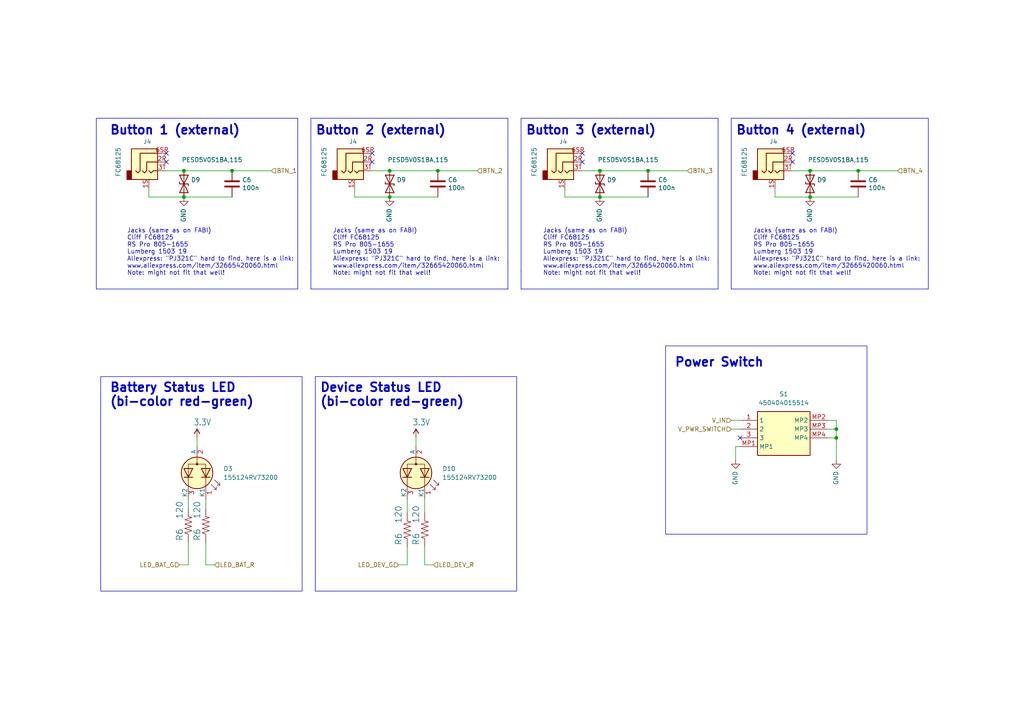
<source format=kicad_sch>
(kicad_sch (version 20230121) (generator eeschema)
  (paper "A4")
  (title_block (title "User_Interface_Peripherals"))
  (lib_symbols
    (symbol "Device:C" (pin_numbers hide) (pin_names (offset 0.254))
      (property "Reference" "C" (at 0.635 2.54 0))
      (property "Value" "C" (at 0.635 -2.54 0))
      (symbol "C_0_1"
        (polyline (pts (xy -2.032 -0.762) (xy 2.032 -0.762)) (stroke (width 0.508)))
        (polyline (pts (xy -2.032 0.762) (xy 2.032 0.762)) (stroke (width 0.508)))
      )
      (symbol "C_1_1"
        (pin passive line (at 0 3.81 270) (length 2.794) (name "~") (number "1"))
        (pin passive line (at 0 -3.81 90) (length 2.794) (name "~") (number "2"))
      )
    )
    (symbol "Device:D_TVS" (pin_numbers hide) (pin_names (offset 1.016) hide)
      (property "Reference" "D" (at 0 2.54 0))
      (property "Value" "D_TVS" (at 0 -2.54 0))
      (symbol "D_TVS_0_1"
        (polyline (pts (xy 1.27 0) (xy -1.27 0)))
        (polyline (pts (xy 0.508 1.27) (xy 0 1.27) (xy 0 -1.27) (xy -0.508 -1.27)) (stroke (width 0.254)))
        (polyline (pts (xy -2.54 1.27) (xy -2.54 -1.27) (xy 2.54 1.27) (xy 2.54 -1.27) (xy -2.54 1.27)) (stroke (width 0.254)))
      )
      (symbol "D_TVS_1_1"
        (pin passive line (at -3.81 0 0) (length 2.54) (name "A1") (number "1"))
        (pin passive line (at 3.81 0 180) (length 2.54) (name "A2") (number "2"))
      )
    )
    (symbol "Device:LED_Dual_KAK" (pin_names (offset 0))
      (property "Reference" "D" (at 0 5.715 0))
      (property "Value" "LED_Dual_KAK" (at 0 -6.35 0))
      (symbol "LED_Dual_KAK_0_1"
        (circle (center -2.54 0) (radius 0.2794) (fill (type outline)))
        (polyline (pts (xy -4.572 0) (xy -2.54 0)))
        (polyline (pts (xy 1.27 -1.27) (xy 1.27 -3.81)) (stroke (width 0.254)))
        (polyline (pts (xy 1.27 3.81) (xy 1.27 1.27)) (stroke (width 0.254)))
        (polyline (pts (xy 3.81 -2.54) (xy 1.905 -2.54)))
        (polyline (pts (xy 3.81 2.54) (xy 1.905 2.54)))
        (polyline (pts (xy -1.27 -1.27) (xy -1.27 -3.81) (xy 1.27 -2.54) (xy -1.27 -1.27)) (stroke (width 0.254)))
        (polyline (pts (xy -1.27 3.81) (xy -1.27 1.27) (xy 1.27 2.54) (xy -1.27 3.81)) (stroke (width 0.254)))
        (polyline (pts (xy 2.032 2.54) (xy -2.54 2.54) (xy -2.54 -2.54) (xy 2.032 -2.54)))
        (polyline (pts (xy 2.032 5.08) (xy 3.556 6.604) (xy 2.794 6.604) (xy 3.556 6.604) (xy 3.556 5.842)))
        (polyline (pts (xy 3.302 4.064) (xy 4.826 5.588) (xy 4.064 5.588) (xy 4.826 5.588) (xy 4.826 4.826)))
        (circle (center 0 0) (radius 4.572) (stroke (width 0.254)) (fill (type background)))
      )
      (symbol "LED_Dual_KAK_1_1"
        (pin input line (at 7.62 2.54 180) (length 3.81) (name "K1") (number "1"))
        (pin input line (at -7.62 0 0) (length 3.048) (name "A") (number "2"))
        (pin input line (at 7.62 -2.54 180) (length 3.81) (name "K2") (number "3"))
      )
    )
    (symbol "FC68125:AudioJack3_Ground"
      (property "Reference" "J" (at 0 8.89 0))
      (property "Value" "AudioJack3_Ground" (at 0 6.35 0))
      (symbol "AudioJack3_Ground_0_1"
        (rectangle (start -5.08 -2.54) (end -6.35 -5.08) (stroke (width 0.254)) (fill (type outline)))
        (polyline (pts (xy 0 -2.54) (xy 0.635 -3.175) (xy 1.27 -2.54) (xy 2.54 -2.54)) (stroke (width 0.254)))
        (polyline (pts (xy -1.905 -2.54) (xy -1.27 -3.175) (xy -0.635 -2.54) (xy -0.635 0) (xy 2.54 0)) (stroke (width 0.254)))
        (polyline (pts (xy 2.54 2.54) (xy -2.54 2.54) (xy -2.54 -2.54) (xy -3.175 -3.175) (xy -3.81 -2.54)) (stroke (width 0.254)))
        (rectangle (start 2.54 3.81) (end -5.08 -5.08) (stroke (width 0.254)) (fill (type background)))
      )
      (symbol "AudioJack3_Ground_1_1"
        (pin passive line (at 0 -7.62 90) (length 2.54) (name "~") (number "1S"))
        (pin passive line (at 5.08 0 180) (length 2.54) (name "~") (number "2R"))
        (pin passive line (at 5.08 -2.54 180) (length 2.54) (name "~") (number "3T"))
        (pin passive line (at 5.08 2.54 180) (length 2.54) (name "~") (number "6SR"))
      )
    )
    (symbol "HeadMouse:450404015514"
      (property "Reference" "S" (at 21.59 7.62 0))
      (property "Value" "450404015514" (at 21.59 5.08 0))
      (symbol "450404015514_1_1"
        (rectangle (start 5.08 2.54) (end 20.32 -10.16) (stroke (width 0.254)) (fill (type background)))
        (pin passive line (at 0 0 0) (length 5.08) (name "1") (number "1"))
        (pin passive line (at 0 -2.54 0) (length 5.08) (name "2") (number "2"))
        (pin passive line (at 0 -5.08 0) (length 5.08) (name "3") (number "3"))
        (pin passive line (at 0 -7.62 0) (length 5.08) (name "MP1") (number "MP1"))
        (pin passive line (at 25.4 0 180) (length 5.08) (name "MP2") (number "MP2"))
        (pin passive line (at 25.4 -2.54 180) (length 5.08) (name "MP3") (number "MP3"))
        (pin passive line (at 25.4 -5.08 180) (length 5.08) (name "MP4") (number "MP4"))
      )
    )
    (symbol "esp32-thing-eagle-import:27OHM1/10W1%(0603)0603-RES"
      (property "Reference" "R" (at 0 1.524 0))
      (symbol "27OHM1/10W1%(0603)0603-RES_1_0"
        (polyline (pts (xy -2.54 0) (xy -2.159 1.016)) (stroke (width 0.1524)))
        (polyline (pts (xy -2.159 1.016) (xy -1.524 -1.016)) (stroke (width 0.1524)))
        (polyline (pts (xy -1.524 -1.016) (xy -0.889 1.016)) (stroke (width 0.1524)))
        (polyline (pts (xy -0.889 1.016) (xy -0.254 -1.016)) (stroke (width 0.1524)))
        (polyline (pts (xy -0.254 -1.016) (xy 0.381 1.016)) (stroke (width 0.1524)))
        (polyline (pts (xy 0.381 1.016) (xy 1.016 -1.016)) (stroke (width 0.1524)))
        (polyline (pts (xy 1.016 -1.016) (xy 1.651 1.016)) (stroke (width 0.1524)))
        (polyline (pts (xy 1.651 1.016) (xy 2.286 -1.016)) (stroke (width 0.1524)))
        (polyline (pts (xy 2.286 -1.016) (xy 2.54 0)) (stroke (width 0.1524)))
        (pin passive line (at -5.08 0 0) (length 2.54) (name "1") (number "1"))
        (pin passive line (at 5.08 0 180) (length 2.54) (name "2") (number "2"))
      )
    )
    (symbol "esp32-thing-eagle-import:3.3V" (power)
      (property "Value" "3.3V" (at -1.016 3.556 0))
      (symbol "3.3V_1_0"
        (polyline (pts (xy 0 2.54) (xy -0.762 1.27)) (stroke (width 0.254)))
        (polyline (pts (xy 0.762 1.27) (xy 0 2.54)) (stroke (width 0.254)))
        (pin power_in line (at 0 0 90) (length 2.54) (name "3.3V") (number "1"))
      )
    )
    (symbol "power:GND" (power) (pin_names (offset 0))
      (property "Value" "GND" (at 0 -3.81 0))
      (symbol "GND_0_1"
        (polyline (pts (xy 0 0) (xy 0 -1.27) (xy 1.27 -1.27) (xy 0 -2.54) (xy -1.27 -1.27) (xy 0 -1.27)))
      )
      (symbol "GND_1_1"
        (pin power_in line (at 0 0 270) (length 0) hide (name "GND") (number "1"))
      )
    )
  )
  (junction (at 53.34 49.53))
  (junction (at 173.99 49.53))
  (junction (at 242.57 124.46))
  (junction (at 234.95 49.53))
  (junction (at 113.03 49.53))
  (junction (at 53.34 57.15))
  (junction (at 127 49.53))
  (junction (at 67.31 49.53))
  (junction (at 173.99 57.15))
  (junction (at 113.03 57.15))
  (junction (at 248.92 49.53))
  (junction (at 187.96 49.53))
  (junction (at 234.95 57.15))
  (junction (at 242.57 127))
  (no_connect (at 48.26 44.45))
  (no_connect (at 214.63 127))
  (no_connect (at 107.95 44.45))
  (no_connect (at 48.26 46.99))
  (no_connect (at 229.87 44.45))
  (no_connect (at 107.95 46.99))
  (no_connect (at 229.87 46.99))
  (no_connect (at 168.91 46.99))
  (no_connect (at 168.91 44.45))
  (polyline (pts (xy 151.13 34.29) (xy 208.28 34.29)))
  (wire (pts (xy 163.83 57.15) (xy 173.99 57.15)))
  (polyline (pts (xy 208.28 83.82) (xy 151.13 83.82)))
  (polyline (pts (xy 208.28 34.29) (xy 208.28 76.2)))
  (polyline (pts (xy 212.09 83.82) (xy 212.09 78.74)))
  (wire (pts (xy 240.03 124.46) (xy 242.57 124.46)))
  (wire (pts (xy 213.36 129.54) (xy 213.36 133.35)))
  (wire (pts (xy 173.99 57.15) (xy 187.96 57.15)))
  (wire (pts (xy 123.19 163.83) (xy 125.73 163.83)))
  (polyline (pts (xy 90.17 83.82) (xy 90.17 78.74)))
  (wire (pts (xy 54.61 157.48) (xy 54.61 163.83)))
  (wire (pts (xy 53.34 49.53) (xy 67.31 49.53)))
  (wire (pts (xy 224.79 57.15) (xy 234.95 57.15)))
  (wire (pts (xy 115.57 163.83) (xy 118.11 163.83)))
  (wire (pts (xy 53.34 57.15) (xy 67.31 57.15)))
  (wire (pts (xy 240.03 127) (xy 242.57 127)))
  (polyline (pts (xy 269.24 34.29) (xy 269.24 76.2)))
  (wire (pts (xy 127 49.53) (xy 138.43 49.53)))
  (wire (pts (xy 120.65 127) (xy 120.65 129.54)))
  (wire (pts (xy 43.18 57.15) (xy 53.34 57.15)))
  (wire (pts (xy 43.18 54.61) (xy 43.18 57.15)))
  (wire (pts (xy 240.03 121.92) (xy 242.57 121.92)))
  (wire (pts (xy 212.09 124.46) (xy 214.63 124.46)))
  (wire (pts (xy 234.95 49.53) (xy 248.92 49.53)))
  (wire (pts (xy 242.57 121.92) (xy 242.57 124.46)))
  (wire (pts (xy 102.87 57.15) (xy 113.03 57.15)))
  (wire (pts (xy 123.19 158.75) (xy 123.19 163.83)))
  (wire (pts (xy 224.79 54.61) (xy 224.79 57.15)))
  (wire (pts (xy 123.19 144.78) (xy 123.19 148.59)))
  (polyline (pts (xy 212.09 34.29) (xy 212.09 78.74)))
  (wire (pts (xy 234.95 57.15) (xy 248.92 57.15)))
  (polyline (pts (xy 208.28 76.2) (xy 208.28 83.82)))
  (wire (pts (xy 59.69 144.78) (xy 59.69 147.32)))
  (wire (pts (xy 214.63 129.54) (xy 213.36 129.54)))
  (polyline (pts (xy 90.17 34.29) (xy 147.32 34.29)))
  (wire (pts (xy 242.57 124.46) (xy 242.57 127)))
  (polyline (pts (xy 269.24 76.2) (xy 269.24 83.82)))
  (polyline (pts (xy 212.09 34.29) (xy 269.24 34.29)))
  (wire (pts (xy 168.91 49.53) (xy 173.99 49.53)))
  (polyline (pts (xy 151.13 83.82) (xy 151.13 78.74)))
  (wire (pts (xy 173.99 49.53) (xy 187.96 49.53)))
  (wire (pts (xy 242.57 127) (xy 242.57 133.35)))
  (wire (pts (xy 187.96 49.53) (xy 199.39 49.53)))
  (polyline (pts (xy 90.17 34.29) (xy 90.17 78.74)))
  (polyline (pts (xy 269.24 83.82) (xy 212.09 83.82)))
  (wire (pts (xy 48.26 49.53) (xy 53.34 49.53)))
  (wire (pts (xy 107.95 49.53) (xy 113.03 49.53)))
  (wire (pts (xy 229.87 49.53) (xy 234.95 49.53)))
  (wire (pts (xy 57.15 127) (xy 57.15 129.54)))
  (polyline (pts (xy 147.32 83.82) (xy 90.17 83.82)))
  (wire (pts (xy 59.69 157.48) (xy 59.69 163.83)))
  (wire (pts (xy 102.87 54.61) (xy 102.87 57.15)))
  (wire (pts (xy 118.11 148.59) (xy 118.11 144.78)))
  (wire (pts (xy 212.09 121.92) (xy 214.63 121.92)))
  (wire (pts (xy 113.03 57.15) (xy 127 57.15)))
  (wire (pts (xy 67.31 49.53) (xy 78.74 49.53)))
  (wire (pts (xy 248.92 49.53) (xy 260.35 49.53)))
  (polyline (pts (xy 151.13 34.29) (xy 151.13 78.74)))
  (wire (pts (xy 52.07 163.83) (xy 54.61 163.83)))
  (wire (pts (xy 59.69 163.83) (xy 62.23 163.83)))
  (polyline (pts (xy 147.32 34.29) (xy 147.32 76.2)))
  (wire (pts (xy 163.83 54.61) (xy 163.83 57.15)))
  (polyline (pts (xy 147.32 76.2) (xy 147.32 83.82)))
  (wire (pts (xy 118.11 163.83) (xy 118.11 158.75)))
  (wire (pts (xy 113.03 49.53) (xy 127 49.53)))
  (wire (pts (xy 54.61 144.78) (xy 54.61 147.32)))
  (rectangle (start 29.21 109.22) (end 87.63 171.45))
  (rectangle (start 91.44 109.22) (end 149.86 171.45))
  (rectangle (start 27.94 34.29) (end 86.36 83.82))
  (rectangle (start 193.04 100.33) (end 251.46 154.94))
  (text "Device Status LED\n(bi-color red-green)" (at 92.71 118.11 0) (effects (font (size 2.54 2.54) (thickness 0.508) bold) (justify left bottom)))
  (text "Button 3 (external)" (at 152.4 39.37 0) (effects (font (size 2.54 2.54) (thickness 0.508) bold) (justify left bottom)))
  (text "Battery Status LED\n(bi-color red-green)" (at 31.75 118.11 0) (effects (font (size 2.54 2.54) (thickness 0.508) bold) (justify left bottom)))
  (text "Power Switch" (at 195.58 106.68 0) (effects (font (size 2.54 2.54) (thickness 0.508) bold) (justify left bottom)))
  (text "Jacks (same as on FABI)\nCliff FC68125\nRS Pro 805-1655\nLumberg 1503 19\nAliexpress: \"PJ321C\" hard to find, here is a link:\nwww.aliexpress.com/item/32665420060.html\nNote: might not fit that well!" (at 218.44 80.01 0) (effects (font (size 1.27 1.27)) (justify left bottom)))
  (text "Jacks (same as on FABI)\nCliff FC68125\nRS Pro 805-1655\nLumberg 1503 19\nAliexpress: \"PJ321C\" hard to find, here is a link:\nwww.aliexpress.com/item/32665420060.html\nNote: might not fit that well!" (at 96.52 80.01 0) (effects (font (size 1.27 1.27)) (justify left bottom)))
  (text "Button 1 (external)" (at 31.75 39.37 0) (effects (font (size 2.54 2.54) (thickness 0.508) bold) (justify left bottom)))
  (text "Button 2 (external)" (at 91.44 39.37 0) (effects (font (size 2.54 2.54) (thickness 0.508) bold) (justify left bottom)))
  (text "Button 4 (external)" (at 213.36 39.37 0) (effects (font (size 2.54 2.54) (thickness 0.508) bold) (justify left bottom)))
  (text "Jacks (same as on FABI)\nCliff FC68125\nRS Pro 805-1655\nLumberg 1503 19\nAliexpress: \"PJ321C\" hard to find, here is a link:\nwww.aliexpress.com/item/32665420060.html\nNote: might not fit that well!" (at 36.83 80.01 0) (effects (font (size 1.27 1.27)) (justify left bottom)))
  (text "Jacks (same as on FABI)\nCliff FC68125\nRS Pro 805-1655\nLumberg 1503 19\nAliexpress: \"PJ321C\" hard to find, here is a link:\nwww.aliexpress.com/item/32665420060.html\nNote: might not fit that well!" (at 157.48 80.01 0) (effects (font (size 1.27 1.27)) (justify left bottom)))
  (hierarchical_label "BTN_4" (shape input) (at 260.35 49.53 0))
  (hierarchical_label "LED_BAT_G" (shape input) (at 52.07 163.83 180))
  (hierarchical_label "LED_DEV_G" (shape input) (at 115.57 163.83 180))
  (hierarchical_label "LED_BAT_R" (shape input) (at 62.23 163.83 0))
  (hierarchical_label "LED_DEV_R" (shape input) (at 125.73 163.83 0))
  (hierarchical_label "V_IN" (shape input) (at 212.09 121.92 180))
  (hierarchical_label "V_PWR_SWITCH" (shape input) (at 212.09 124.46 180))
  (hierarchical_label "BTN_1" (shape input) (at 78.74 49.53 0))
  (hierarchical_label "BTN_2" (shape input) (at 138.43 49.53 0))
  (hierarchical_label "BTN_3" (shape input) (at 199.39 49.53 0))
  (symbol (lib_id "power:GND") (at 113.03 57.15 0) (mirror y) (unit 1)
    (property "Reference" "#PWR032" (effects hide))
    (property "Value" "GND" (at 112.903 60.4012 90) (effects (justify right)))
    (instances (project "FM3_mainboard" (path "" (reference "#PWR032") (unit 1))) (project "HM_mainboard" (path "" (reference "#PWR03") (unit 1)) (path "" (reference "#PWR02") (unit 1))))
  )
  (symbol (lib_id "Device:LED_Dual_KAK") (at 120.65 137.16 270) (unit 1)
    (property "Reference" "D10" (at 128.27 135.9535 90) (effects (justify left)))
    (property "Value" "155124RV73200" (at 128.27 138.4935 90) (effects (justify left)))
    (property "Footprint" "HeadMouse:155124RV73200" (effects hide))
    (property "Datasheet" "https://www.we-online.com/components/products/datasheet/155124RV73200.pdf" (effects hide))
  )
  (symbol (lib_id "esp32-thing-eagle-import:27OHM1/10W1%(0603)0603-RES") (at 118.11 153.67 90) (unit 1)
    (property "Reference" "R6" (at 116.6114 158.242 0) (effects (font (size 1.778 1.778)) (justify left bottom)))
    (property "Value" "120" (at 116.586 151.892 0) (effects (font (size 1.778 1.778)) (justify left bottom)))
    (property "Footprint" "esp32-thing:0603" (effects hide))
    (instances (project "HM_mainboard" (path "" (reference "R6") (unit 1)) (path "" (reference "R14") (unit 1)) (path "" (reference "R7") (unit 1))) (project "esp32-thing" (path "" (reference "R13") (unit 1))))
  )
  (symbol (lib_id "FC68125:AudioJack3_Ground") (at 102.87 46.99 0) (unit 1)
    (property "Reference" "J4" (at 102.4128 41.0718 0))
    (property "Value" "FC68125" (at 93.98 46.99 90))
    (property "Footprint" "HeadMouse:FC68125" (effects hide))
    (property "Datasheet" "https://docs.rs-online.com/db52/0900766b812d152e.pdf" (effects hide))
    (property "Farnell" "2309468" (effects hide))
    (property "RS Components" "805-1655" (effects hide))
    (property "Digikey" "3185-FC68125-ND" (effects hide))
    (property "Mouser" "--" (effects hide))
    (instances (project "FM3_mainboard" (path "" (reference "J4") (unit 1))) (project "HM_mainboard" (path "" (reference "J3") (unit 1)) (path "" (reference "J2") (unit 1))))
  )
  (symbol (lib_id "Device:D_TVS") (at 53.34 53.34 270) (unit 1)
    (property "Reference" "D9" (at 55.372 52.1716 90) (effects (justify left)))
    (property "Value" "PESD5V0S1BA,115" (at 52.705 46.355 90) (effects (justify left)))
    (property "Footprint" "Diode_SMD:D_SOD-323" (effects hide))
    (property "Digikey" "1727-3837-1-ND" (effects hide))
    (property "Farnell" "8737690" (effects hide))
    (property "Mouser" "771-PESD5V0S1BA-T/R" (effects hide))
    (property "RS Components" "508-737" (effects hide))
    (instances (project "FM3_mainboard" (path "" (reference "D9") (unit 1))) (project "HM_mainboard" (path "" (reference "D7") (unit 1)) (path "" (reference "D1") (unit 1))))
  )
  (symbol (lib_id "HeadMouse:450404015514") (at 214.63 121.92 0) (unit 1)
    (property "Reference" "S1" (at 227.33 114.3 0))
    (property "Value" "450404015514" (at 227.33 116.84 0))
    (property "Footprint" "HeadMouse:450404015514" (effects hide))
    (property "Datasheet" "https://www.we-online.com/components/products/datasheet/450404015514.pdf" (effects hide))
    (property "Height" "1.4" (effects hide))
    (property "Mouser Part Number" "710-450404015514" (effects hide))
    (property "Mouser Price/Stock" "https://www.mouser.co.uk/ProductDetail/Wurth-Elektronik/450404015514?qs=sPbYRqrBIVk21%2FxsES2IZA%3D%3D" (effects hide))
    (property "Manufacturer_Name" "Wurth Elektronik" (effects hide))
    (property "Manufacturer_Part_Number" "450404015514" (effects hide))
  )
  (symbol (lib_id "power:GND") (at 242.57 133.35 0) (mirror y) (unit 1)
    (property "Reference" "#PWR032" (effects hide))
    (property "Value" "GND" (at 242.443 136.6012 90) (effects (justify right)))
    (instances (project "FM3_mainboard" (path "" (reference "#PWR032") (unit 1))) (project "HM_mainboard" (path "" (reference "#PWR03") (unit 1)) (path "" (reference "#PWR08") (unit 1))))
  )
  (symbol (lib_id "Device:C") (at 127 53.34 0) (unit 1)
    (property "Reference" "C6" (at 129.921 52.1716 0) (effects (justify left)))
    (property "Value" "100n" (at 129.921 54.483 0) (effects (justify left)))
    (property "Footprint" "Capacitor_SMD:C_0603_1608Metric" (effects hide))
    (property "Digikey" "1276-CL10B104KB8NNNLCT-ND" (effects hide))
    (property "Farnell" "3013409" (effects hide))
    (property "Mouser" "581-06035C104K4" (effects hide))
    (property "RS Components" "200-6519" (effects hide))
    (instances (project "FM3_mainboard" (path "" (reference "C6") (unit 1))) (project "HM_mainboard" (path "" (reference "C13") (unit 1)) (path "" (reference "C12") (unit 1))))
  )
  (symbol (lib_id "power:GND") (at 173.99 57.15 0) (mirror y) (unit 1)
    (property "Reference" "#PWR032" (effects hide))
    (property "Value" "GND" (at 173.863 60.4012 90) (effects (justify right)))
    (instances (project "FM3_mainboard" (path "" (reference "#PWR032") (unit 1))) (project "HM_mainboard" (path "" (reference "#PWR02") (unit 1)) (path "" (reference "#PWR03") (unit 1))))
  )
  (symbol (lib_id "power:GND") (at 53.34 57.15 0) (mirror y) (unit 1)
    (property "Reference" "#PWR032" (effects hide))
    (property "Value" "GND" (at 53.213 60.4012 90) (effects (justify right)))
    (instances (project "FM3_mainboard" (path "" (reference "#PWR032") (unit 1))) (project "HM_mainboard" (path "" (reference "#PWR04") (unit 1)) (path "" (reference "#PWR01") (unit 1))))
  )
  (symbol (lib_id "esp32-thing-eagle-import:3.3V") (at 57.15 127 0) (unit 1)
    (property "Reference" "#SUPPLY08" (effects hide))
    (property "Value" "3.3V" (at 56.134 123.444 0) (effects (font (size 1.778 1.5113)) (justify left bottom)))
    (instances (project "HM_mainboard" (path "" (reference "#SUPPLY08") (unit 1)) (path "" (reference "#SUPPLY08") (unit 1)) (path "" (reference "#SUPPLY014") (unit 1))) (project "esp32-thing" (path "" (reference "#SUPPLY8") (unit 1))))
  )
  (symbol (lib_id "Device:C") (at 248.92 53.34 0) (unit 1)
    (property "Reference" "C6" (at 251.841 52.1716 0) (effects (justify left)))
    (property "Value" "100n" (at 251.841 54.483 0) (effects (justify left)))
    (property "Footprint" "Capacitor_SMD:C_0603_1608Metric" (effects hide))
    (property "Digikey" "1276-CL10B104KB8NNNLCT-ND" (effects hide))
    (property "Farnell" "3013409" (effects hide))
    (property "Mouser" "581-06035C104K4" (effects hide))
    (property "RS Components" "200-6519" (effects hide))
    (instances (project "FM3_mainboard" (path "" (reference "C6") (unit 1))) (project "HM_mainboard" (path "" (reference "C1") (unit 1)) (path "" (reference "C14") (unit 1))))
  )
  (symbol (lib_id "FC68125:AudioJack3_Ground") (at 163.83 46.99 0) (unit 1)
    (property "Reference" "J4" (at 163.3728 41.0718 0))
    (property "Value" "FC68125" (at 154.94 46.99 90))
    (property "Footprint" "HeadMouse:FC68125" (effects hide))
    (property "Datasheet" "https://docs.rs-online.com/db52/0900766b812d152e.pdf" (effects hide))
    (property "Farnell" "2309468" (effects hide))
    (property "RS Components" "805-1655" (effects hide))
    (property "Digikey" "3185-FC68125-ND" (effects hide))
    (property "Mouser" "--" (effects hide))
    (instances (project "FM3_mainboard" (path "" (reference "J4") (unit 1))) (project "HM_mainboard" (path "" (reference "J2") (unit 1)) (path "" (reference "J3") (unit 1))))
  )
  (symbol (lib_id "FC68125:AudioJack3_Ground") (at 224.79 46.99 0) (unit 1)
    (property "Reference" "J4" (at 224.3328 41.0718 0))
    (property "Value" "FC68125" (at 215.9 46.99 90))
    (property "Footprint" "HeadMouse:FC68125" (effects hide))
    (property "Datasheet" "https://docs.rs-online.com/db52/0900766b812d152e.pdf" (effects hide))
    (property "Farnell" "2309468" (effects hide))
    (property "RS Components" "805-1655" (effects hide))
    (property "Digikey" "3185-FC68125-ND" (effects hide))
    (property "Mouser" "--" (effects hide))
    (instances (project "FM3_mainboard" (path "" (reference "J4") (unit 1))) (project "HM_mainboard" (path "" (reference "J1") (unit 1)) (path "" (reference "J4") (unit 1))))
  )
  (symbol (lib_id "power:GND") (at 213.36 133.35 0) (mirror y) (unit 1)
    (property "Reference" "#PWR032" (effects hide))
    (property "Value" "GND" (at 213.233 136.6012 90) (effects (justify right)))
    (instances (project "FM3_mainboard" (path "" (reference "#PWR032") (unit 1))) (project "HM_mainboard" (path "" (reference "#PWR03") (unit 1)) (path "" (reference "#PWR07") (unit 1))))
  )
  (symbol (lib_id "esp32-thing-eagle-import:3.3V") (at 120.65 127 0) (unit 1)
    (property "Reference" "#SUPPLY08" (effects hide))
    (property "Value" "3.3V" (at 119.634 123.444 0) (effects (font (size 1.778 1.5113)) (justify left bottom)))
    (instances (project "HM_mainboard" (path "" (reference "#SUPPLY08") (unit 1)) (path "" (reference "#SUPPLY08") (unit 1)) (path "" (reference "#SUPPLY015") (unit 1))) (project "esp32-thing" (path "" (reference "#SUPPLY8") (unit 1))))
  )
  (symbol (lib_id "esp32-thing-eagle-import:27OHM1/10W1%(0603)0603-RES") (at 54.61 152.4 90) (unit 1)
    (property "Reference" "R6" (at 53.1114 156.972 0) (effects (font (size 1.778 1.778)) (justify left bottom)))
    (property "Value" "120" (at 53.086 150.622 0) (effects (font (size 1.778 1.778)) (justify left bottom)))
    (property "Footprint" "esp32-thing:0603" (effects hide))
    (instances (project "HM_mainboard" (path "" (reference "R6") (unit 1)) (path "" (reference "R14") (unit 1)) (path "" (reference "R2") (unit 1))) (project "esp32-thing" (path "" (reference "R13") (unit 1))))
  )
  (symbol (lib_id "esp32-thing-eagle-import:27OHM1/10W1%(0603)0603-RES") (at 59.69 152.4 90) (unit 1)
    (property "Reference" "R6" (at 58.1914 156.972 0) (effects (font (size 1.778 1.778)) (justify left bottom)))
    (property "Value" "120" (at 58.166 150.622 0) (effects (font (size 1.778 1.778)) (justify left bottom)))
    (property "Footprint" "esp32-thing:0603" (effects hide))
    (instances (project "HM_mainboard" (path "" (reference "R6") (unit 1)) (path "" (reference "R14") (unit 1)) (path "" (reference "R6") (unit 1))) (project "esp32-thing" (path "" (reference "R13") (unit 1))))
  )
  (symbol (lib_id "Device:C") (at 67.31 53.34 0) (unit 1)
    (property "Reference" "C6" (at 70.231 52.1716 0) (effects (justify left)))
    (property "Value" "100n" (at 70.231 54.483 0) (effects (justify left)))
    (property "Footprint" "Capacitor_SMD:C_0603_1608Metric" (effects hide))
    (property "Digikey" "1276-CL10B104KB8NNNLCT-ND" (effects hide))
    (property "Farnell" "3013409" (effects hide))
    (property "Mouser" "581-06035C104K4" (effects hide))
    (property "RS Components" "200-6519" (effects hide))
    (instances (project "FM3_mainboard" (path "" (reference "C6") (unit 1))) (project "HM_mainboard" (path "" (reference "C14") (unit 1)) (path "" (reference "C1") (unit 1))))
  )
  (symbol (lib_id "Device:D_TVS") (at 173.99 53.34 270) (unit 1)
    (property "Reference" "D9" (at 176.022 52.1716 90) (effects (justify left)))
    (property "Value" "PESD5V0S1BA,115" (at 173.355 46.355 90) (effects (justify left)))
    (property "Footprint" "Diode_SMD:D_SOD-323" (effects hide))
    (property "Digikey" "1727-3837-1-ND" (effects hide))
    (property "Farnell" "8737690" (effects hide))
    (property "Mouser" "771-PESD5V0S1BA-T/R" (effects hide))
    (property "RS Components" "508-737" (effects hide))
    (instances (project "FM3_mainboard" (path "" (reference "D9") (unit 1))) (project "HM_mainboard" (path "" (reference "D5") (unit 1)) (path "" (reference "D6") (unit 1))))
  )
  (symbol (lib_id "FC68125:AudioJack3_Ground") (at 43.18 46.99 0) (unit 1)
    (property "Reference" "J4" (at 42.7228 41.0718 0))
    (property "Value" "FC68125" (at 34.29 46.99 90))
    (property "Footprint" "HeadMouse:FC68125" (effects hide))
    (property "Datasheet" "https://docs.rs-online.com/db52/0900766b812d152e.pdf" (effects hide))
    (property "Farnell" "2309468" (effects hide))
    (property "RS Components" "805-1655" (effects hide))
    (property "Digikey" "3185-FC68125-ND" (effects hide))
    (property "Mouser" "--" (effects hide))
    (instances (project "FM3_mainboard" (path "" (reference "J4") (unit 1))) (project "HM_mainboard" (path "" (reference "J4") (unit 1)) (path "" (reference "J1") (unit 1))))
  )
  (symbol (lib_id "Device:C") (at 187.96 53.34 0) (unit 1)
    (property "Reference" "C6" (at 190.881 52.1716 0) (effects (justify left)))
    (property "Value" "100n" (at 190.881 54.483 0) (effects (justify left)))
    (property "Footprint" "Capacitor_SMD:C_0603_1608Metric" (effects hide))
    (property "Digikey" "1276-CL10B104KB8NNNLCT-ND" (effects hide))
    (property "Farnell" "3013409" (effects hide))
    (property "Mouser" "581-06035C104K4" (effects hide))
    (property "RS Components" "200-6519" (effects hide))
    (instances (project "FM3_mainboard" (path "" (reference "C6") (unit 1))) (project "HM_mainboard" (path "" (reference "C12") (unit 1)) (path "" (reference "C13") (unit 1))))
  )
  (symbol (lib_id "power:GND") (at 234.95 57.15 0) (mirror y) (unit 1)
    (property "Reference" "#PWR032" (effects hide))
    (property "Value" "GND" (at 234.823 60.4012 90) (effects (justify right)))
    (instances (project "FM3_mainboard" (path "" (reference "#PWR032") (unit 1))) (project "HM_mainboard" (path "" (reference "#PWR01") (unit 1)) (path "" (reference "#PWR04") (unit 1))))
  )
  (symbol (lib_id "esp32-thing-eagle-import:27OHM1/10W1%(0603)0603-RES") (at 123.19 153.67 90) (unit 1)
    (property "Reference" "R6" (at 121.6914 158.242 0) (effects (font (size 1.778 1.778)) (justify left bottom)))
    (property "Value" "120" (at 121.666 151.892 0) (effects (font (size 1.778 1.778)) (justify left bottom)))
    (property "Footprint" "esp32-thing:0603" (effects hide))
    (instances (project "HM_mainboard" (path "" (reference "R6") (unit 1)) (path "" (reference "R14") (unit 1)) (path "" (reference "R8") (unit 1))) (project "esp32-thing" (path "" (reference "R13") (unit 1))))
  )
  (symbol (lib_id "Device:LED_Dual_KAK") (at 57.15 137.16 270) (unit 1)
    (property "Reference" "D3" (at 64.77 135.9535 90) (effects (justify left)))
    (property "Value" "155124RV73200" (at 64.77 138.4935 90) (effects (justify left)))
    (property "Footprint" "HeadMouse:155124RV73200" (effects hide))
    (property "Datasheet" "https://www.we-online.com/components/products/datasheet/155124RV73200.pdf" (effects hide))
  )
  (symbol (lib_id "Device:D_TVS") (at 113.03 53.34 270) (unit 1)
    (property "Reference" "D9" (at 115.062 52.1716 90) (effects (justify left)))
    (property "Value" "PESD5V0S1BA,115" (at 112.395 46.355 90) (effects (justify left)))
    (property "Footprint" "Diode_SMD:D_SOD-323" (effects hide))
    (property "Digikey" "1727-3837-1-ND" (effects hide))
    (property "Farnell" "8737690" (effects hide))
    (property "Mouser" "771-PESD5V0S1BA-T/R" (effects hide))
    (property "RS Components" "508-737" (effects hide))
    (instances (project "FM3_mainboard" (path "" (reference "D9") (unit 1))) (project "HM_mainboard" (path "" (reference "D6") (unit 1)) (path "" (reference "D5") (unit 1))))
  )
  (symbol (lib_id "Device:D_TVS") (at 234.95 53.34 270) (unit 1)
    (property "Reference" "D9" (at 236.982 52.1716 90) (effects (justify left)))
    (property "Value" "PESD5V0S1BA,115" (at 234.315 46.355 90) (effects (justify left)))
    (property "Footprint" "Diode_SMD:D_SOD-323" (effects hide))
    (property "Digikey" "1727-3837-1-ND" (effects hide))
    (property "Farnell" "8737690" (effects hide))
    (property "Mouser" "771-PESD5V0S1BA-T/R" (effects hide))
    (property "RS Components" "508-737" (effects hide))
    (instances (project "FM3_mainboard" (path "" (reference "D9") (unit 1))) (project "HM_mainboard" (path "" (reference "D1") (unit 1)) (path "" (reference "D7") (unit 1))))
  )
)
</source>
